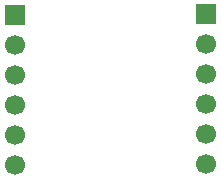
<source format=gbr>
%TF.GenerationSoftware,KiCad,Pcbnew,9.0.6-9.0.6~ubuntu22.04.1*%
%TF.CreationDate,2026-02-11T21:38:48+09:00*%
%TF.ProjectId,usb_typec_serial_insulation,7573625f-7479-4706-9563-5f7365726961,V1.0*%
%TF.SameCoordinates,Original*%
%TF.FileFunction,Soldermask,Bot*%
%TF.FilePolarity,Negative*%
%FSLAX46Y46*%
G04 Gerber Fmt 4.6, Leading zero omitted, Abs format (unit mm)*
G04 Created by KiCad (PCBNEW 9.0.6-9.0.6~ubuntu22.04.1) date 2026-02-11 21:38:48*
%MOMM*%
%LPD*%
G01*
G04 APERTURE LIST*
%ADD10R,1.700000X1.700000*%
%ADD11C,1.700000*%
G04 APERTURE END LIST*
D10*
%TO.C,J2*%
X129915000Y-90840000D03*
D11*
X129915000Y-93380000D03*
X129915000Y-95920000D03*
X129915000Y-98460000D03*
X129915000Y-101000000D03*
X129915000Y-103540000D03*
%TD*%
D10*
%TO.C,J1*%
X146100000Y-90820000D03*
D11*
X146100000Y-93360000D03*
X146100000Y-95900000D03*
X146100000Y-98440000D03*
X146100000Y-100980000D03*
X146100000Y-103520000D03*
%TD*%
M02*

</source>
